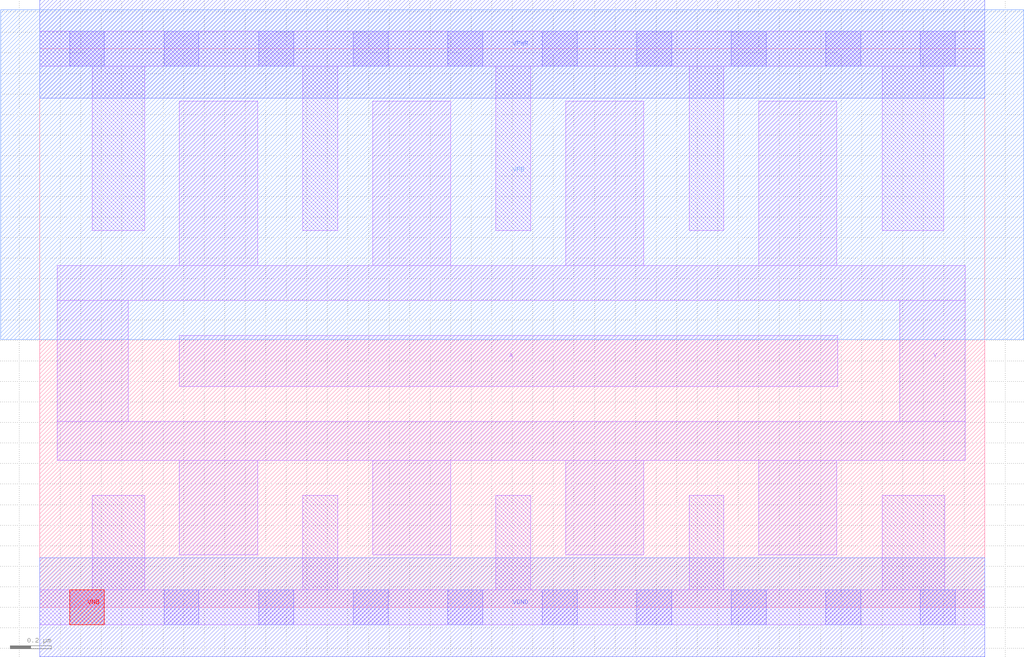
<source format=lef>
# Copyright 2020 The SkyWater PDK Authors
#
# Licensed under the Apache License, Version 2.0 (the "License");
# you may not use this file except in compliance with the License.
# You may obtain a copy of the License at
#
#     https://www.apache.org/licenses/LICENSE-2.0
#
# Unless required by applicable law or agreed to in writing, software
# distributed under the License is distributed on an "AS IS" BASIS,
# WITHOUT WARRANTIES OR CONDITIONS OF ANY KIND, either express or implied.
# See the License for the specific language governing permissions and
# limitations under the License.
#
# SPDX-License-Identifier: Apache-2.0

VERSION 5.7 ;
  NOWIREEXTENSIONATPIN ON ;
  DIVIDERCHAR "/" ;
  BUSBITCHARS "[]" ;
PROPERTYDEFINITIONS
  MACRO maskLayoutSubType STRING ;
  MACRO prCellType STRING ;
  MACRO originalViewName STRING ;
END PROPERTYDEFINITIONS
MACRO sky130_fd_sc_hdll__inv_8
  CLASS CORE ;
  FOREIGN sky130_fd_sc_hdll__inv_8 ;
  ORIGIN  0.000000  0.000000 ;
  SIZE  4.600000 BY  2.720000 ;
  SYMMETRY X Y R90 ;
  SITE unithd ;
  PIN A
    ANTENNAGATEAREA  2.220000 ;
    DIRECTION INPUT ;
    USE SIGNAL ;
    PORT
      LAYER li1 ;
        RECT 0.680000 1.075000 3.885000 1.325000 ;
    END
  END A
  PIN Y
    ANTENNADIFFAREA  2.024500 ;
    DIRECTION OUTPUT ;
    USE SIGNAL ;
    PORT
      LAYER li1 ;
        RECT 0.085000 0.715000 4.505000 0.905000 ;
        RECT 0.085000 0.905000 0.430000 1.495000 ;
        RECT 0.085000 1.495000 4.505000 1.665000 ;
        RECT 0.680000 0.255000 1.060000 0.715000 ;
        RECT 0.680000 1.665000 1.060000 2.465000 ;
        RECT 1.620000 0.255000 2.000000 0.715000 ;
        RECT 1.620000 1.665000 2.000000 2.465000 ;
        RECT 2.560000 0.255000 2.940000 0.715000 ;
        RECT 2.560000 1.665000 2.940000 2.465000 ;
        RECT 3.500000 0.255000 3.880000 0.715000 ;
        RECT 3.500000 1.665000 3.880000 2.465000 ;
        RECT 4.185000 0.905000 4.505000 1.495000 ;
    END
  END Y
  PIN VGND
    DIRECTION INOUT ;
    USE GROUND ;
    PORT
      LAYER met1 ;
        RECT 0.000000 -0.240000 4.600000 0.240000 ;
    END
  END VGND
  PIN VNB
    DIRECTION INOUT ;
    USE GROUND ;
    PORT
      LAYER pwell ;
        RECT 0.145000 -0.085000 0.315000 0.085000 ;
    END
  END VNB
  PIN VPB
    DIRECTION INOUT ;
    USE POWER ;
    PORT
      LAYER nwell ;
        RECT -0.190000 1.305000 4.790000 2.910000 ;
    END
  END VPB
  PIN VPWR
    DIRECTION INOUT ;
    USE POWER ;
    PORT
      LAYER met1 ;
        RECT 0.000000 2.480000 4.600000 2.960000 ;
    END
  END VPWR
  OBS
    LAYER li1 ;
      RECT 0.000000 -0.085000 4.600000 0.085000 ;
      RECT 0.000000  2.635000 4.600000 2.805000 ;
      RECT 0.255000  0.085000 0.510000 0.545000 ;
      RECT 0.255000  1.835000 0.510000 2.635000 ;
      RECT 1.280000  0.085000 1.450000 0.545000 ;
      RECT 1.280000  1.835000 1.450000 2.635000 ;
      RECT 2.220000  0.085000 2.390000 0.545000 ;
      RECT 2.220000  1.835000 2.390000 2.635000 ;
      RECT 3.160000  0.085000 3.330000 0.545000 ;
      RECT 3.160000  1.835000 3.330000 2.635000 ;
      RECT 4.100000  0.085000 4.405000 0.545000 ;
      RECT 4.100000  1.835000 4.400000 2.635000 ;
    LAYER mcon ;
      RECT 0.145000 -0.085000 0.315000 0.085000 ;
      RECT 0.145000  2.635000 0.315000 2.805000 ;
      RECT 0.605000 -0.085000 0.775000 0.085000 ;
      RECT 0.605000  2.635000 0.775000 2.805000 ;
      RECT 1.065000 -0.085000 1.235000 0.085000 ;
      RECT 1.065000  2.635000 1.235000 2.805000 ;
      RECT 1.525000 -0.085000 1.695000 0.085000 ;
      RECT 1.525000  2.635000 1.695000 2.805000 ;
      RECT 1.985000 -0.085000 2.155000 0.085000 ;
      RECT 1.985000  2.635000 2.155000 2.805000 ;
      RECT 2.445000 -0.085000 2.615000 0.085000 ;
      RECT 2.445000  2.635000 2.615000 2.805000 ;
      RECT 2.905000 -0.085000 3.075000 0.085000 ;
      RECT 2.905000  2.635000 3.075000 2.805000 ;
      RECT 3.365000 -0.085000 3.535000 0.085000 ;
      RECT 3.365000  2.635000 3.535000 2.805000 ;
      RECT 3.825000 -0.085000 3.995000 0.085000 ;
      RECT 3.825000  2.635000 3.995000 2.805000 ;
      RECT 4.285000 -0.085000 4.455000 0.085000 ;
      RECT 4.285000  2.635000 4.455000 2.805000 ;
  END
  PROPERTY maskLayoutSubType "abstract" ;
  PROPERTY prCellType "standard" ;
  PROPERTY originalViewName "layout" ;
END sky130_fd_sc_hdll__inv_8
END LIBRARY

</source>
